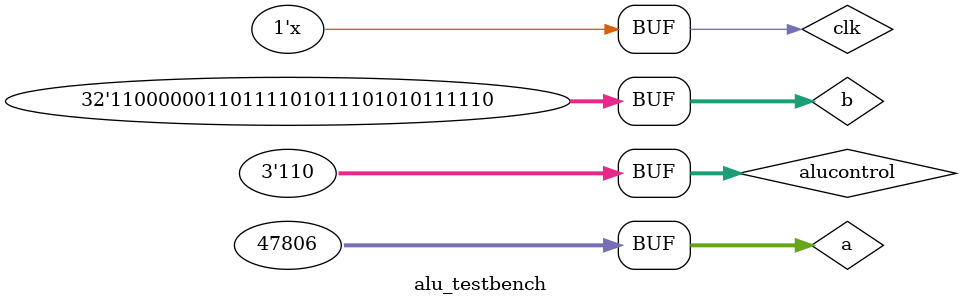
<source format=sv>
`timescale 1ns / 1ps
module alu_testbench();
    // initialize variables
    logic clk;              // clock
    logic [31:0] a, b;      // input values to do operations with
    logic [2:0]  alucontrol; // alucontrol inputs
    logic [31:0] result;   // output
    logic zero;  // bool output case when output = 0 

    // instantiate device under test
    alu instantiated_alu(a, b, alucontrol, result, zero);

    initial begin
        // set clock to zero
        clk = 0;
        
        // testcase 1: add a and b. set alucontrol to 010
        a = 'hDEAD0000; b = 'h0000BEEF; alucontrol = 3'b010; #2;
        // result should be 0xdeadbeef
        
        // wait for 1 clock cycle
        // testcase 2: and a and b. set alucontrol to 000
        a = 'hC0DEBABE; b = 'h0000FFFF; alucontrol = 3'b000; #2;
        // result should be 0x0000babe

        // wait for 1 clock cycle
        // testcase 3: or a and b. set alucontrol to 001
        a = 'hC0DE0000; b = 'h0000BABE; alucontrol = 3'b001; #2;
        // result should be 0xc0debabe
        
        // wait for 1 clock cycle
        // testcase 4: subtract a and b. set alucontrol to 010
        // logic, negate b and add 1 to get the 2s complement of b
        // then add it to a to get ~b + a or b - a
        a = 'h0000BABE; b = 'hC0DEBABE; alucontrol = 3'b110; #2;
        // result shoule be: 3F220000 (equivalent to 1c0de0000)
        
    end

    // clock simulator
    // Simulate clock, 2ticks for clock cycle
    // hence 2ns each clock cycle
    always begin
        #1 clk = ~clk; 
    end
endmodule
</source>
